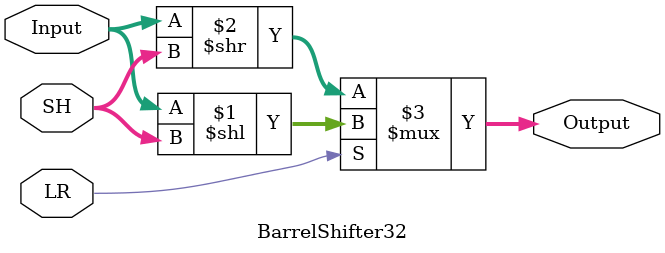
<source format=v>
`timescale 1ns / 1ps
module BarrelShifter32(
    input [4:0] SH,
    input LR,
    input [31:0] Input,
    output wire [31:0] Output
    );

	assign Output = LR ? (Input << SH) : (Input >> SH);
endmodule

</source>
